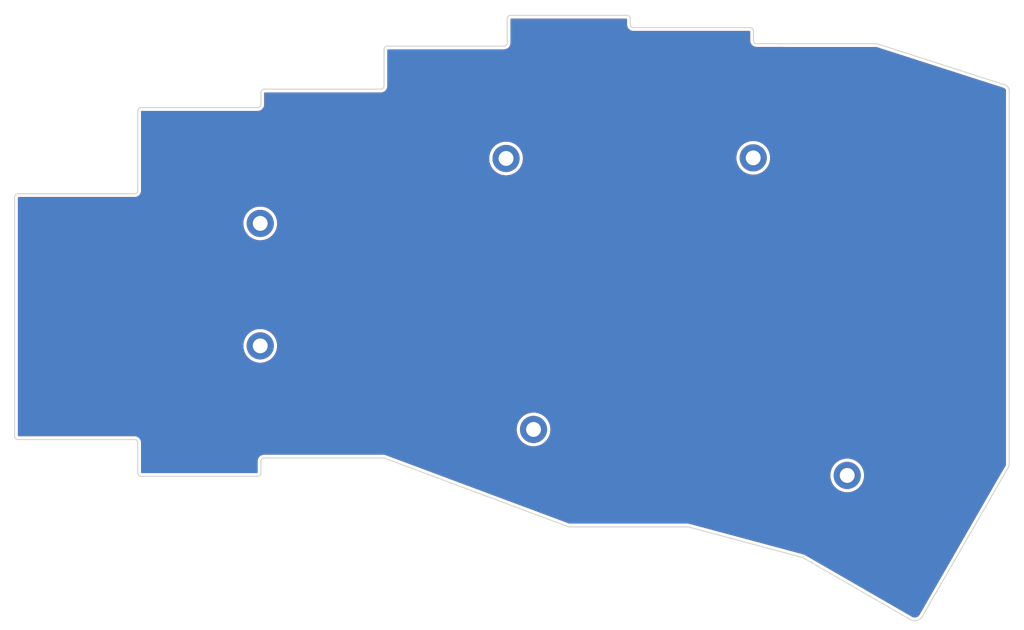
<source format=kicad_pcb>
(kicad_pcb (version 20211014) (generator pcbnew)
  (layers (0 "F.Cu" signal) (31 "B.Cu" signal) (34 "B.Paste" user) (35 "F.Paste" user) (36 "B.SilkS" user "B.Silkscreen") (37 "F.SilkS" user "F.Silkscreen") (38 "B.Mask" user) (39 "F.Mask" user) (44 "Edge.Cuts" user))
  (net 0 "")
  (footprint "" (layer "F.Cu") (at 193.11 122.980001)
    (fp_text reference "" (at 0 0) (layer "F.SilkS") (effects (font (size 1.27 1.27))))
    (fp_text value "" (at 0 0) (layer "F.SilkS") (effects (font (size 1.27 1.27))))
    (pad "" thru_hole circle locked (at 0 0) (size 4.2 4.2) (drill 2.3) (layers *.Cu *.Mask))
  )
  (footprint "" (layer "F.Cu") (at 140.329663 73.904498)
    (fp_text reference "" (at 0 0) (layer "F.SilkS") (effects (font (size 1.27 1.27))))
    (fp_text value "" (at 0 0) (layer "F.SilkS") (effects (font (size 1.27 1.27))))
    (pad "" thru_hole circle locked (at 0 0) (size 4.2 4.2) (drill 2.3) (layers *.Cu *.Mask))
  )
  (footprint "" (layer "F.Cu") (at 102.300001 102.920001)
    (fp_text reference "" (at 0 0) (layer "F.SilkS") (effects (font (size 1.27 1.27))))
    (fp_text value "" (at 0 0) (layer "F.SilkS") (effects (font (size 1.27 1.27))))
    (pad "" thru_hole circle locked (at 0 0) (size 4.2 4.2) (drill 2.3) (layers *.Cu *.Mask))
  )
  (footprint "" (layer "F.Cu") (at 178.57 73.81)
    (fp_text reference "" (at 0 0) (layer "F.SilkS") (effects (font (size 1.27 1.27))))
    (fp_text value "" (at 0 0) (layer "F.SilkS") (effects (font (size 1.27 1.27))))
    (pad "" thru_hole circle locked (at 0 0) (size 4.2 4.2) (drill 2.3) (layers *.Cu *.Mask))
  )
  (footprint "" (layer "F.Cu") (at 144.580002 115.859999)
    (fp_text reference "" (at 0 0) (layer "F.SilkS") (effects (font (size 1.27 1.27))))
    (fp_text value "" (at 0 0) (layer "F.SilkS") (effects (font (size 1.27 1.27))))
    (pad "" thru_hole circle locked (at 0 0) (size 4.2 4.2) (drill 2.3) (layers *.Cu *.Mask))
  )
  (footprint "" (layer "F.Cu") (at 102.3 83.96)
    (fp_text reference "" (at 0 0) (layer "F.SilkS") (effects (font (size 1.27 1.27))))
    (fp_text value "" (at 0 0) (layer "F.SilkS") (effects (font (size 1.27 1.27))))
    (pad "" thru_hole circle locked (at 0 0) (size 4.2 4.2) (drill 2.3) (layers *.Cu *.Mask))
  )
  (gr_line (start 83.354668 78.871995) (end 83.354662 66.531994) (layer "Edge.Cuts") (width 0.15))
  (gr_arc (start 64.804665 117.421995) (mid 64.451111 117.275549) (end 64.304664 116.921995) (layer "Edge.Cuts") (width 0.15))
  (gr_line (start 102.404663 122.631995) (end 102.404659 120.781997) (layer "Edge.Cuts") (width 0.15))
  (gr_arc (start 64.304665 79.871991) (mid 64.451114 79.518439) (end 64.804667 79.371992) (layer "Edge.Cuts") (width 0.15))
  (gr_arc (start 102.404663 122.631995) (mid 102.258217 122.98555) (end 101.904663 123.131997) (layer "Edge.Cuts") (width 0.15))
  (gr_arc (start 83.354662 66.531994) (mid 83.501108 66.178439) (end 83.854664 66.031996) (layer "Edge.Cuts") (width 0.15))
  (gr_line (start 168.389664 130.944498) (end 150.199664 130.944498) (layer "Edge.Cuts") (width 0.15))
  (gr_arc (start 179.104667 56.129496) (mid 178.751114 55.983048) (end 178.604663 55.629496) (layer "Edge.Cuts") (width 0.15))
  (gr_line (start 102.904663 63.179496) (end 120.954662 63.179497) (layer "Edge.Cuts") (width 0.15))
  (gr_arc (start 140.504659 52.249495) (mid 140.651108 51.895942) (end 141.004661 51.749495) (layer "Edge.Cuts") (width 0.15))
  (gr_arc (start 102.404663 63.679495) (mid 102.551111 63.325944) (end 102.904663 63.179496) (layer "Edge.Cuts") (width 0.15))
  (gr_line (start 202.776846 145.243837) (end 186.439664 135.814498) (layer "Edge.Cuts") (width 0.15))
  (gr_line (start 64.804667 79.371992) (end 82.854666 79.371994) (layer "Edge.Cuts") (width 0.15))
  (gr_line (start 217.119664 123.304498) (end 218.009664 121.814498) (layer "Edge.Cuts") (width 0.15))
  (gr_line (start 121.454658 62.679497) (end 121.454664 57.009495) (layer "Edge.Cuts") (width 0.15))
  (gr_line (start 141.004661 51.749495) (end 159.054665 51.749493) (layer "Edge.Cuts") (width 0.15))
  (gr_arc (start 82.854666 117.421994) (mid 83.208219 117.568441) (end 83.354666 117.921994) (layer "Edge.Cuts") (width 0.15))
  (gr_arc (start 218.179714 121.254498) (mid 218.134543 121.5466) (end 218.009664 121.814498) (layer "Edge.Cuts") (width 0.15))
  (gr_arc (start 121.454664 57.009495) (mid 121.601111 56.655942) (end 121.954666 56.509497) (layer "Edge.Cuts") (width 0.15))
  (gr_arc (start 83.354668 78.871995) (mid 83.208222 79.22555) (end 82.854666 79.371994) (layer "Edge.Cuts") (width 0.15))
  (gr_arc (start 160.054665 53.649495) (mid 159.701111 53.503049) (end 159.554665 53.149494) (layer "Edge.Cuts") (width 0.15))
  (gr_line (start 83.854664 66.031996) (end 101.904667 66.031996) (layer "Edge.Cuts") (width 0.15))
  (gr_arc (start 121.454658 62.679497) (mid 121.308212 63.033048) (end 120.954662 63.179497) (layer "Edge.Cuts") (width 0.15))
  (gr_line (start 159.554667 52.249495) (end 159.554665 53.149494) (layer "Edge.Cuts") (width 0.15))
  (gr_line (start 218.179714 121.254498) (end 218.179714 63.444498) (layer "Edge.Cuts") (width 0.15))
  (gr_line (start 149.784372 130.854186) (end 121.454663 120.282) (layer "Edge.Cuts") (width 0.15))
  (gr_line (start 102.404666 65.531998) (end 102.404663 63.679495) (layer "Edge.Cuts") (width 0.15))
  (gr_arc (start 197.499664 56.134448) (mid 197.687556 56.146656) (end 197.869664 56.194498) (layer "Edge.Cuts") (width 0.15))
  (gr_line (start 83.354666 117.921994) (end 83.354665 122.631998) (layer "Edge.Cuts") (width 0.15))
  (gr_arc (start 140.504667 56.009496) (mid 140.358222 56.363051) (end 140.004668 56.509498) (layer "Edge.Cuts") (width 0.15))
  (gr_line (start 160.054665 53.649495) (end 178.104667 53.649496) (layer "Edge.Cuts") (width 0.15))
  (gr_line (start 204.704858 144.864346) (end 217.119664 123.304498) (layer "Edge.Cuts") (width 0.15))
  (gr_arc (start 102.404666 65.531998) (mid 102.258219 65.88555) (end 101.904667 66.031996) (layer "Edge.Cuts") (width 0.15))
  (gr_arc (start 204.704858 144.864346) (mid 203.819664 145.454498) (end 202.776846 145.243837) (layer "Edge.Cuts") (width 0.15))
  (gr_arc (start 102.404659 120.781997) (mid 102.551108 120.428441) (end 102.904666 120.281997) (layer "Edge.Cuts") (width 0.15))
  (gr_arc (start 150.199664 130.944498) (mid 149.987172 130.921625) (end 149.784372 130.854186) (layer "Edge.Cuts") (width 0.15))
  (gr_arc (start 217.429664 62.484498) (mid 217.969965 62.835367) (end 218.179714 63.444498) (layer "Edge.Cuts") (width 0.15))
  (gr_arc (start 186.059664 135.654498) (mid 186.257543 135.715785) (end 186.439664 135.814498) (layer "Edge.Cuts") (width 0.15))
  (gr_line (start 178.604661 54.149497) (end 178.604663 55.629496) (layer "Edge.Cuts") (width 0.15))
  (gr_line (start 179.104667 56.129496) (end 197.499664 56.134448) (layer "Edge.Cuts") (width 0.15))
  (gr_line (start 64.304664 116.921995) (end 64.304665 79.871991) (layer "Edge.Cuts") (width 0.15))
  (gr_line (start 83.854665 123.131996) (end 101.904663 123.131997) (layer "Edge.Cuts") (width 0.15))
  (gr_arc (start 168.389664 130.944498) (mid 168.536529 130.958682) (end 168.679664 130.994498) (layer "Edge.Cuts") (width 0.15))
  (gr_arc (start 83.854665 123.131996) (mid 83.501111 122.985552) (end 83.354665 122.631998) (layer "Edge.Cuts") (width 0.15))
  (gr_line (start 102.904666 120.281997) (end 121.454663 120.282) (layer "Edge.Cuts") (width 0.15))
  (gr_line (start 186.059664 135.654498) (end 168.679664 130.994498) (layer "Edge.Cuts") (width 0.15))
  (gr_line (start 64.804665 117.421995) (end 82.854666 117.421994) (layer "Edge.Cuts") (width 0.15))
  (gr_line (start 140.504667 56.009496) (end 140.504659 52.249495) (layer "Edge.Cuts") (width 0.15))
  (gr_line (start 197.869664 56.194498) (end 217.429664 62.484498) (layer "Edge.Cuts") (width 0.15))
  (gr_arc (start 159.054665 51.749493) (mid 159.40822 51.89594) (end 159.554667 52.249495) (layer "Edge.Cuts") (width 0.15))
  (gr_line (start 121.954666 56.509497) (end 140.004668 56.509498) (layer "Edge.Cuts") (width 0.15))
  (gr_arc (start 178.104667 53.649496) (mid 178.458216 53.795946) (end 178.604661 54.149497) (layer "Edge.Cuts") (width 0.15))
  (zone (net 0) (net_name "") (layers F&B.Cu) (connect_pads (clearance 0.508)) (min_thickness 0.254) (fill yes (thermal_gap 0.508) (thermal_bridge_width 0.508))
    (polygon (pts (xy 161.11 51.93) (xy 180.44 52.1) (xy 180.96 54.5) (xy 197.55 54.16) (xy 219.8 61.68) (xy 220.48 121.06) (xy 205.08 146.89) (xy 202.17 146.55) (xy 186.6 137.99) (xy 168.47 132.52) (xy 148.62 132.86) (xy 119.19 122.08) (xy 104.82 122.25) (xy 104.82 125.33) (xy 80.87 124.99) (xy 81.04 119.69) (xy 64.95 120.37) (xy 62.32 119.42) (xy 62.04 77.25) (xy 82.23 77.43) (xy 82.41 64.08) (xy 100.54 64.08) (xy 100.71 60.49) (xy 119.7 60.66) (xy 119.7 54.67) (xy 139.38 54.5) (xy 139.55 49.54) (xy 161.28 49.37)))
  )
)
</source>
